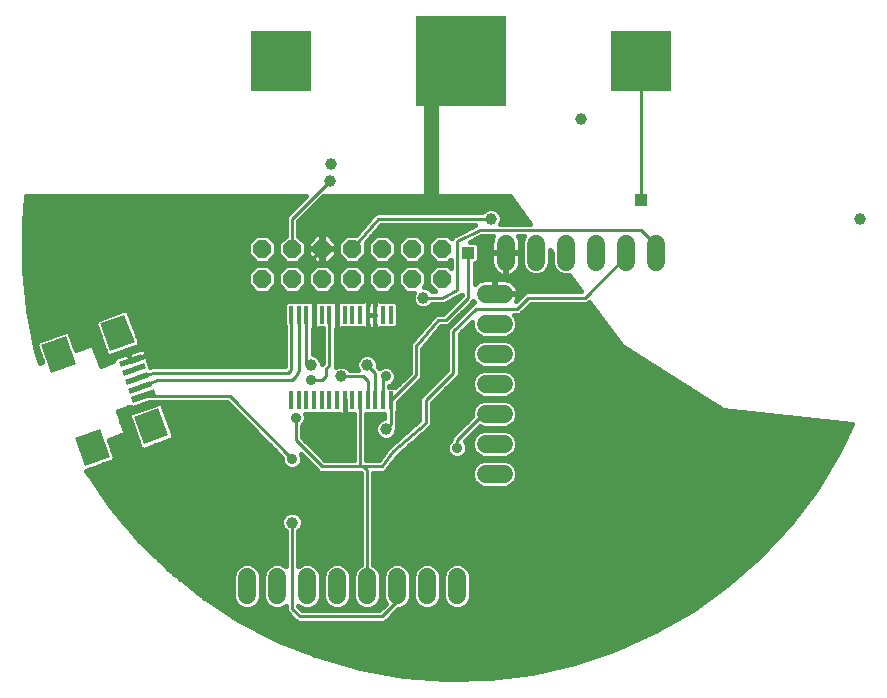
<source format=gbl>
G75*
G70*
%OFA0B0*%
%FSLAX24Y24*%
%IPPOS*%
%LPD*%
%AMOC8*
5,1,8,0,0,1.08239X$1,22.5*
%
%ADD10C,0.0600*%
%ADD11OC8,0.0600*%
%ADD12R,0.0157X0.0591*%
%ADD13R,0.0866X0.0984*%
%ADD14R,0.0787X0.0197*%
%ADD15R,0.2000X0.2000*%
%ADD16R,0.3000X0.3000*%
%ADD17C,0.0160*%
%ADD18C,0.0357*%
%ADD19C,0.0100*%
%ADD20C,0.0500*%
%ADD21R,0.0396X0.0396*%
%ADD22C,0.0396*%
D10*
X008563Y003764D02*
X008563Y004364D01*
X009563Y004364D02*
X009563Y003764D01*
X010563Y003764D02*
X010563Y004364D01*
X011563Y004364D02*
X011563Y003764D01*
X012563Y003764D02*
X012563Y004364D01*
X013563Y004364D02*
X013563Y003764D01*
X014563Y003764D02*
X014563Y004364D01*
X015563Y004364D02*
X015563Y003764D01*
X016513Y007814D02*
X017113Y007814D01*
X017113Y008814D02*
X016513Y008814D01*
X016513Y009814D02*
X017113Y009814D01*
X017113Y010814D02*
X016513Y010814D01*
X016513Y011814D02*
X017113Y011814D01*
X017113Y012814D02*
X016513Y012814D01*
X016513Y013814D02*
X017113Y013814D01*
X017188Y014889D02*
X017188Y015489D01*
X018188Y015489D02*
X018188Y014889D01*
X019188Y014889D02*
X019188Y015489D01*
X020188Y015489D02*
X020188Y014889D01*
X021188Y014889D02*
X021188Y015489D01*
X022188Y015489D02*
X022188Y014889D01*
D11*
X015063Y015314D03*
X015063Y014314D03*
X014063Y014314D03*
X014063Y015314D03*
X013063Y015314D03*
X013063Y014314D03*
X012063Y014314D03*
X012063Y015314D03*
X011063Y015314D03*
X011063Y014314D03*
X010063Y014314D03*
X010063Y015314D03*
X009063Y015314D03*
X009063Y014314D03*
D12*
X010024Y013116D03*
X010280Y013116D03*
X010536Y013116D03*
X010792Y013116D03*
X011048Y013116D03*
X011304Y013116D03*
X011560Y013116D03*
X011816Y013116D03*
X012072Y013116D03*
X012328Y013116D03*
X012583Y013116D03*
X012839Y013116D03*
X013095Y013116D03*
X013351Y013116D03*
X013351Y010262D03*
X013095Y010262D03*
X012839Y010262D03*
X012583Y010262D03*
X012328Y010262D03*
X012072Y010262D03*
X011816Y010262D03*
X011560Y010262D03*
X011304Y010262D03*
X011048Y010262D03*
X010792Y010262D03*
X010536Y010262D03*
X010280Y010262D03*
X010024Y010262D03*
D13*
G36*
X005943Y009091D02*
X005130Y008795D01*
X004793Y009719D01*
X005606Y010015D01*
X005943Y009091D01*
G37*
G36*
X003982Y008377D02*
X003169Y008081D01*
X002832Y009005D01*
X003645Y009301D01*
X003982Y008377D01*
G37*
G36*
X002851Y011485D02*
X002038Y011189D01*
X001701Y012113D01*
X002514Y012409D01*
X002851Y011485D01*
G37*
G36*
X004812Y012198D02*
X003999Y011902D01*
X003662Y012826D01*
X004475Y013122D01*
X004812Y012198D01*
G37*
D14*
G36*
X005082Y011626D02*
X004345Y011358D01*
X004278Y011542D01*
X005015Y011810D01*
X005082Y011626D01*
G37*
G36*
X005189Y011330D02*
X004452Y011062D01*
X004385Y011246D01*
X005122Y011514D01*
X005189Y011330D01*
G37*
G36*
X005297Y011034D02*
X004560Y010766D01*
X004493Y010950D01*
X005230Y011218D01*
X005297Y011034D01*
G37*
G36*
X005405Y010738D02*
X004668Y010470D01*
X004601Y010654D01*
X005338Y010922D01*
X005405Y010738D01*
G37*
G36*
X005513Y010442D02*
X004776Y010174D01*
X004709Y010358D01*
X005446Y010626D01*
X005513Y010442D01*
G37*
D15*
X009688Y021564D03*
X021688Y021564D03*
D16*
X015688Y021564D03*
D17*
X009853Y005270D02*
X005290Y005270D01*
X005128Y005429D02*
X009853Y005429D01*
X009853Y005587D02*
X004965Y005587D01*
X004956Y005597D02*
X004028Y006702D01*
X003216Y007894D01*
X003201Y007922D01*
X004100Y008249D01*
X004156Y008369D01*
X003945Y008948D01*
X004473Y009140D01*
X004501Y009200D01*
X004248Y009896D01*
X004664Y010048D01*
X004767Y010000D01*
X005289Y010190D01*
X007890Y010190D01*
X009724Y008355D01*
X009724Y008247D01*
X009776Y008122D01*
X009871Y008027D01*
X009995Y007976D01*
X010130Y007976D01*
X010254Y008027D01*
X010350Y008122D01*
X010401Y008247D01*
X010401Y008381D01*
X010368Y008462D01*
X010853Y007977D01*
X010976Y007854D01*
X012226Y007854D01*
X012351Y007854D01*
X012353Y007852D01*
X012353Y004775D01*
X012302Y004754D01*
X012173Y004625D01*
X012103Y004456D01*
X012103Y003673D01*
X012173Y003503D01*
X012302Y003374D01*
X012471Y003304D01*
X012654Y003304D01*
X012823Y003374D01*
X012953Y003503D01*
X013023Y003673D01*
X013023Y004456D01*
X012953Y004625D01*
X012823Y004754D01*
X012773Y004775D01*
X012773Y007854D01*
X012993Y007854D01*
X013006Y007844D01*
X013078Y007854D01*
X013150Y007854D01*
X013162Y007866D01*
X013179Y007868D01*
X013222Y007926D01*
X013273Y007977D01*
X013273Y007994D01*
X013593Y008421D01*
X014590Y009302D01*
X014598Y009302D01*
X014655Y009359D01*
X014715Y009412D01*
X014715Y009420D01*
X014721Y009425D01*
X014721Y009506D01*
X014726Y009586D01*
X014721Y009591D01*
X014721Y010175D01*
X015525Y010979D01*
X015648Y011102D01*
X015648Y012477D01*
X016053Y012882D01*
X016053Y012723D01*
X016123Y012553D01*
X016252Y012424D01*
X016421Y012354D01*
X017204Y012354D01*
X017373Y012424D01*
X017503Y012553D01*
X017573Y012723D01*
X017573Y012906D01*
X017503Y013075D01*
X017473Y013104D01*
X017476Y013104D01*
X017650Y013104D01*
X018025Y013479D01*
X019726Y013479D01*
X019900Y013479D01*
X019958Y013537D01*
X021063Y012064D01*
X024438Y009939D01*
X028730Y009472D01*
X028271Y008519D01*
X027518Y007288D01*
X026647Y006138D01*
X025666Y005080D01*
X024585Y004126D01*
X023413Y003284D01*
X022164Y002563D01*
X020849Y001969D01*
X019482Y001510D01*
X018075Y001189D01*
X016644Y001009D01*
X015202Y000974D01*
X013764Y001081D01*
X012343Y001332D01*
X010954Y001723D01*
X009611Y002250D01*
X008328Y002908D01*
X007116Y003690D01*
X005988Y004590D01*
X004956Y005597D01*
X004830Y005746D02*
X009853Y005746D01*
X009853Y005893D02*
X009759Y005986D01*
X009705Y006118D01*
X009705Y006260D01*
X009759Y006392D01*
X009860Y006493D01*
X009992Y006547D01*
X010134Y006547D01*
X010266Y006493D01*
X010366Y006392D01*
X010421Y006260D01*
X010421Y006118D01*
X010366Y005986D01*
X010273Y005893D01*
X010273Y004724D01*
X010302Y004754D01*
X010471Y004824D01*
X010654Y004824D01*
X010823Y004754D01*
X010953Y004625D01*
X011023Y004456D01*
X011023Y003673D01*
X010953Y003503D01*
X010823Y003374D01*
X010654Y003304D01*
X010471Y003304D01*
X010302Y003374D01*
X010273Y003404D01*
X010273Y003401D01*
X010400Y003274D01*
X012976Y003274D01*
X013189Y003487D01*
X013173Y003503D01*
X013103Y003673D01*
X013103Y004456D01*
X013173Y004625D01*
X013302Y004754D01*
X013471Y004824D01*
X013654Y004824D01*
X013823Y004754D01*
X013953Y004625D01*
X014023Y004456D01*
X014023Y003673D01*
X013953Y003503D01*
X013823Y003374D01*
X013654Y003304D01*
X013600Y003304D01*
X013150Y002854D01*
X012976Y002854D01*
X010226Y002854D01*
X010103Y002977D01*
X009853Y003227D01*
X009853Y003401D01*
X009853Y003404D01*
X009823Y003374D01*
X009654Y003304D01*
X009471Y003304D01*
X009302Y003374D01*
X009173Y003503D01*
X009103Y003673D01*
X009103Y004456D01*
X009173Y004625D01*
X009302Y004754D01*
X009471Y004824D01*
X009654Y004824D01*
X009823Y004754D01*
X009853Y004724D01*
X009853Y005893D01*
X009841Y005904D02*
X004697Y005904D01*
X004564Y006063D02*
X009727Y006063D01*
X009705Y006222D02*
X004431Y006222D01*
X004298Y006380D02*
X009754Y006380D01*
X009971Y006539D02*
X004165Y006539D01*
X004032Y006697D02*
X012353Y006697D01*
X012353Y006539D02*
X010154Y006539D01*
X010371Y006380D02*
X012353Y006380D01*
X012353Y006222D02*
X010421Y006222D01*
X010398Y006063D02*
X012353Y006063D01*
X012353Y005904D02*
X010285Y005904D01*
X010273Y005746D02*
X012353Y005746D01*
X012353Y005587D02*
X010273Y005587D01*
X010273Y005429D02*
X012353Y005429D01*
X012353Y005270D02*
X010273Y005270D01*
X010273Y005112D02*
X012353Y005112D01*
X012353Y004953D02*
X010273Y004953D01*
X010273Y004795D02*
X010400Y004795D01*
X010725Y004795D02*
X011400Y004795D01*
X011471Y004824D02*
X011302Y004754D01*
X011173Y004625D01*
X011103Y004456D01*
X011103Y003673D01*
X011173Y003503D01*
X011302Y003374D01*
X011471Y003304D01*
X011654Y003304D01*
X011823Y003374D01*
X011953Y003503D01*
X012023Y003673D01*
X012023Y004456D01*
X011953Y004625D01*
X011823Y004754D01*
X011654Y004824D01*
X011471Y004824D01*
X011725Y004795D02*
X012353Y004795D01*
X012184Y004636D02*
X011941Y004636D01*
X012014Y004478D02*
X012112Y004478D01*
X012103Y004319D02*
X012023Y004319D01*
X012023Y004161D02*
X012103Y004161D01*
X012103Y004002D02*
X012023Y004002D01*
X012023Y003843D02*
X012103Y003843D01*
X012103Y003685D02*
X012023Y003685D01*
X011962Y003526D02*
X012163Y003526D01*
X012317Y003368D02*
X011808Y003368D01*
X011317Y003368D02*
X010808Y003368D01*
X010962Y003526D02*
X011163Y003526D01*
X011103Y003685D02*
X011023Y003685D01*
X011023Y003843D02*
X011103Y003843D01*
X011103Y004002D02*
X011023Y004002D01*
X011023Y004161D02*
X011103Y004161D01*
X011103Y004319D02*
X011023Y004319D01*
X011014Y004478D02*
X011112Y004478D01*
X011184Y004636D02*
X010941Y004636D01*
X009853Y004795D02*
X009725Y004795D01*
X009853Y004953D02*
X005615Y004953D01*
X005453Y005112D02*
X009853Y005112D01*
X009400Y004795D02*
X008725Y004795D01*
X008654Y004824D02*
X008471Y004824D01*
X008302Y004754D01*
X008173Y004625D01*
X008103Y004456D01*
X008103Y003673D01*
X008173Y003503D01*
X008302Y003374D01*
X008471Y003304D01*
X008654Y003304D01*
X008823Y003374D01*
X008953Y003503D01*
X009023Y003673D01*
X009023Y004456D01*
X008953Y004625D01*
X008823Y004754D01*
X008654Y004824D01*
X008400Y004795D02*
X005778Y004795D01*
X005941Y004636D02*
X008184Y004636D01*
X008112Y004478D02*
X006129Y004478D01*
X006328Y004319D02*
X008103Y004319D01*
X008103Y004161D02*
X006526Y004161D01*
X006725Y004002D02*
X008103Y004002D01*
X008103Y003843D02*
X006924Y003843D01*
X007124Y003685D02*
X008103Y003685D01*
X008163Y003526D02*
X007370Y003526D01*
X007615Y003368D02*
X008317Y003368D01*
X008106Y003051D02*
X010029Y003051D01*
X009871Y003209D02*
X007861Y003209D01*
X008358Y002892D02*
X010188Y002892D01*
X010306Y003368D02*
X010317Y003368D01*
X009853Y003368D02*
X009808Y003368D01*
X009317Y003368D02*
X008808Y003368D01*
X008962Y003526D02*
X009163Y003526D01*
X009103Y003685D02*
X009023Y003685D01*
X009023Y003843D02*
X009103Y003843D01*
X009103Y004002D02*
X009023Y004002D01*
X009023Y004161D02*
X009103Y004161D01*
X009103Y004319D02*
X009023Y004319D01*
X009014Y004478D02*
X009112Y004478D01*
X009184Y004636D02*
X008941Y004636D01*
X008667Y002734D02*
X022460Y002734D01*
X022186Y002575D02*
X008976Y002575D01*
X009286Y002417D02*
X021841Y002417D01*
X021489Y002258D02*
X009595Y002258D01*
X009994Y002099D02*
X021138Y002099D01*
X020765Y001941D02*
X010398Y001941D01*
X010802Y001782D02*
X020293Y001782D01*
X019821Y001624D02*
X011305Y001624D01*
X011869Y001465D02*
X019287Y001465D01*
X018592Y001307D02*
X012485Y001307D01*
X013384Y001148D02*
X017751Y001148D01*
X015849Y000990D02*
X014987Y000990D01*
X013188Y002892D02*
X022735Y002892D01*
X023010Y003051D02*
X013346Y003051D01*
X013505Y003209D02*
X023284Y003209D01*
X023530Y003368D02*
X015808Y003368D01*
X015823Y003374D02*
X015953Y003503D01*
X016023Y003673D01*
X016023Y004456D01*
X015953Y004625D01*
X015823Y004754D01*
X015654Y004824D01*
X015471Y004824D01*
X015302Y004754D01*
X015173Y004625D01*
X015103Y004456D01*
X015103Y003673D01*
X015173Y003503D01*
X015302Y003374D01*
X015471Y003304D01*
X015654Y003304D01*
X015823Y003374D01*
X015962Y003526D02*
X023751Y003526D01*
X023971Y003685D02*
X016023Y003685D01*
X016023Y003843D02*
X024192Y003843D01*
X024412Y004002D02*
X016023Y004002D01*
X016023Y004161D02*
X024624Y004161D01*
X024804Y004319D02*
X016023Y004319D01*
X016014Y004478D02*
X024983Y004478D01*
X025163Y004636D02*
X015941Y004636D01*
X015725Y004795D02*
X025343Y004795D01*
X025522Y004953D02*
X012773Y004953D01*
X012773Y004795D02*
X013400Y004795D01*
X013184Y004636D02*
X012941Y004636D01*
X013014Y004478D02*
X013112Y004478D01*
X013103Y004319D02*
X013023Y004319D01*
X013023Y004161D02*
X013103Y004161D01*
X013103Y004002D02*
X013023Y004002D01*
X013023Y003843D02*
X013103Y003843D01*
X013103Y003685D02*
X013023Y003685D01*
X012962Y003526D02*
X013163Y003526D01*
X013070Y003368D02*
X012808Y003368D01*
X013808Y003368D02*
X014317Y003368D01*
X014302Y003374D02*
X014471Y003304D01*
X014654Y003304D01*
X014823Y003374D01*
X014953Y003503D01*
X015023Y003673D01*
X015023Y004456D01*
X014953Y004625D01*
X014823Y004754D01*
X014654Y004824D01*
X014471Y004824D01*
X014302Y004754D01*
X014173Y004625D01*
X014103Y004456D01*
X014103Y003673D01*
X014173Y003503D01*
X014302Y003374D01*
X014163Y003526D02*
X013962Y003526D01*
X014023Y003685D02*
X014103Y003685D01*
X014103Y003843D02*
X014023Y003843D01*
X014023Y004002D02*
X014103Y004002D01*
X014103Y004161D02*
X014023Y004161D01*
X014023Y004319D02*
X014103Y004319D01*
X014112Y004478D02*
X014014Y004478D01*
X013941Y004636D02*
X014184Y004636D01*
X014400Y004795D02*
X013725Y004795D01*
X014725Y004795D02*
X015400Y004795D01*
X015184Y004636D02*
X014941Y004636D01*
X015014Y004478D02*
X015112Y004478D01*
X015103Y004319D02*
X015023Y004319D01*
X015023Y004161D02*
X015103Y004161D01*
X015103Y004002D02*
X015023Y004002D01*
X015023Y003843D02*
X015103Y003843D01*
X015103Y003685D02*
X015023Y003685D01*
X014962Y003526D02*
X015163Y003526D01*
X015317Y003368D02*
X014808Y003368D01*
X012773Y005112D02*
X025695Y005112D01*
X025842Y005270D02*
X012773Y005270D01*
X012773Y005429D02*
X025990Y005429D01*
X026137Y005587D02*
X012773Y005587D01*
X012773Y005746D02*
X026284Y005746D01*
X026431Y005904D02*
X012773Y005904D01*
X012773Y006063D02*
X026578Y006063D01*
X026711Y006222D02*
X012773Y006222D01*
X012773Y006380D02*
X026831Y006380D01*
X026951Y006539D02*
X012773Y006539D01*
X012773Y006697D02*
X027071Y006697D01*
X027191Y006856D02*
X012773Y006856D01*
X012773Y007014D02*
X027311Y007014D01*
X027431Y007173D02*
X012773Y007173D01*
X012773Y007331D02*
X027545Y007331D01*
X027642Y007490D02*
X017439Y007490D01*
X017503Y007553D02*
X017573Y007723D01*
X017573Y007906D01*
X017503Y008075D01*
X017373Y008204D01*
X017204Y008274D01*
X016421Y008274D01*
X016252Y008204D01*
X016123Y008075D01*
X016053Y007906D01*
X016053Y007723D01*
X016123Y007553D01*
X016252Y007424D01*
X016421Y007354D01*
X017204Y007354D01*
X017373Y007424D01*
X017503Y007553D01*
X017542Y007648D02*
X027739Y007648D01*
X027836Y007807D02*
X017573Y007807D01*
X017548Y007966D02*
X027933Y007966D01*
X028030Y008124D02*
X017453Y008124D01*
X017373Y008424D02*
X017204Y008354D01*
X016421Y008354D01*
X016252Y008424D01*
X016123Y008553D01*
X016053Y008723D01*
X016053Y008906D01*
X016123Y009075D01*
X016252Y009204D01*
X016421Y009274D01*
X017204Y009274D01*
X017373Y009204D01*
X017503Y009075D01*
X017573Y008906D01*
X017573Y008723D01*
X017503Y008553D01*
X017373Y008424D01*
X017390Y008441D02*
X028223Y008441D01*
X028310Y008600D02*
X017522Y008600D01*
X017573Y008758D02*
X028386Y008758D01*
X028462Y008917D02*
X017568Y008917D01*
X017502Y009075D02*
X028539Y009075D01*
X028615Y009234D02*
X017301Y009234D01*
X017204Y009354D02*
X017373Y009424D01*
X017503Y009553D01*
X017573Y009723D01*
X017573Y009906D01*
X017503Y010075D01*
X017373Y010204D01*
X017204Y010274D01*
X016421Y010274D01*
X016252Y010204D01*
X016123Y010075D01*
X016053Y009906D01*
X016053Y009726D01*
X015353Y009026D01*
X015353Y008958D01*
X015276Y008881D01*
X015224Y008756D01*
X015224Y008622D01*
X015276Y008497D01*
X015371Y008402D01*
X015495Y008351D01*
X015630Y008351D01*
X015754Y008402D01*
X015850Y008497D01*
X015901Y008622D01*
X015901Y008756D01*
X015850Y008881D01*
X015826Y008905D01*
X016318Y009397D01*
X016421Y009354D01*
X017204Y009354D01*
X017297Y009392D02*
X028691Y009392D01*
X028008Y009551D02*
X017500Y009551D01*
X017567Y009710D02*
X026549Y009710D01*
X025091Y009868D02*
X017573Y009868D01*
X017523Y010027D02*
X024299Y010027D01*
X024047Y010185D02*
X017392Y010185D01*
X017373Y010424D02*
X017503Y010553D01*
X017573Y010723D01*
X017573Y010906D01*
X017503Y011075D01*
X017373Y011204D01*
X017204Y011274D01*
X016421Y011274D01*
X016252Y011204D01*
X016123Y011075D01*
X016053Y010906D01*
X016053Y010723D01*
X016123Y010553D01*
X016252Y010424D01*
X016421Y010354D01*
X017204Y010354D01*
X017373Y010424D01*
X017451Y010502D02*
X023543Y010502D01*
X023291Y010661D02*
X017547Y010661D01*
X017573Y010819D02*
X023040Y010819D01*
X022788Y010978D02*
X017543Y010978D01*
X017441Y011136D02*
X022536Y011136D01*
X022284Y011295D02*
X015648Y011295D01*
X015648Y011454D02*
X016223Y011454D01*
X016252Y011424D02*
X016421Y011354D01*
X017204Y011354D01*
X017373Y011424D01*
X017503Y011553D01*
X017573Y011723D01*
X017573Y011906D01*
X017503Y012075D01*
X017373Y012204D01*
X017204Y012274D01*
X016421Y012274D01*
X016252Y012204D01*
X016123Y012075D01*
X016053Y011906D01*
X016053Y011723D01*
X016123Y011553D01*
X016252Y011424D01*
X016099Y011612D02*
X015648Y011612D01*
X015648Y011771D02*
X016053Y011771D01*
X016063Y011929D02*
X015648Y011929D01*
X015648Y012088D02*
X016136Y012088D01*
X016354Y012246D02*
X015648Y012246D01*
X015648Y012405D02*
X016299Y012405D01*
X016119Y012563D02*
X015734Y012563D01*
X015893Y012722D02*
X016053Y012722D01*
X016051Y012880D02*
X016053Y012880D01*
X015774Y013197D02*
X015743Y013197D01*
X015616Y013039D02*
X015585Y013039D01*
X015457Y012880D02*
X015426Y012880D01*
X015299Y012722D02*
X015028Y012722D01*
X015034Y012729D02*
X015101Y012729D01*
X015275Y012729D01*
X016025Y013479D01*
X016105Y013559D01*
X016130Y013524D01*
X016101Y013524D01*
X015978Y013401D01*
X015228Y012651D01*
X015228Y012477D01*
X015228Y011276D01*
X014424Y010472D01*
X014424Y010472D01*
X014301Y010349D01*
X014301Y009607D01*
X013346Y008763D01*
X013322Y008760D01*
X013283Y008707D01*
X013234Y008664D01*
X013232Y008640D01*
X012958Y008274D01*
X012538Y008274D01*
X012538Y009807D01*
X012728Y009807D01*
X012984Y009807D01*
X013141Y009807D01*
X013141Y009672D01*
X013117Y009672D01*
X012985Y009618D01*
X012884Y009517D01*
X012830Y009385D01*
X012830Y009243D01*
X012884Y009111D01*
X012985Y009010D01*
X013117Y008956D01*
X013259Y008956D01*
X013391Y009010D01*
X013491Y009111D01*
X013546Y009243D01*
X013546Y009375D01*
X013561Y009390D01*
X013561Y009872D01*
X013590Y009900D01*
X013590Y010204D01*
X014398Y011011D01*
X014398Y011185D01*
X014398Y011986D01*
X015034Y012729D01*
X014892Y012563D02*
X015228Y012563D01*
X015228Y012405D02*
X014756Y012405D01*
X014620Y012246D02*
X015228Y012246D01*
X015228Y012088D02*
X014485Y012088D01*
X014398Y011929D02*
X015228Y011929D01*
X015228Y011771D02*
X014398Y011771D01*
X014398Y011612D02*
X015228Y011612D01*
X015228Y011454D02*
X014398Y011454D01*
X014398Y011295D02*
X015228Y011295D01*
X015088Y011136D02*
X014398Y011136D01*
X014364Y010978D02*
X014930Y010978D01*
X014771Y010819D02*
X014206Y010819D01*
X014047Y010661D02*
X014613Y010661D01*
X014454Y010502D02*
X013889Y010502D01*
X013730Y010344D02*
X014301Y010344D01*
X014301Y010185D02*
X013590Y010185D01*
X013590Y010027D02*
X014301Y010027D01*
X014301Y009868D02*
X013561Y009868D01*
X013561Y009710D02*
X014301Y009710D01*
X014238Y009551D02*
X013561Y009551D01*
X013561Y009392D02*
X014058Y009392D01*
X013879Y009234D02*
X013542Y009234D01*
X013456Y009075D02*
X013699Y009075D01*
X013520Y008917D02*
X012538Y008917D01*
X012538Y009075D02*
X012920Y009075D01*
X012833Y009234D02*
X012538Y009234D01*
X012538Y009392D02*
X012833Y009392D01*
X012918Y009551D02*
X012538Y009551D01*
X012538Y009710D02*
X013141Y009710D01*
X013321Y008758D02*
X012538Y008758D01*
X012538Y008600D02*
X013202Y008600D01*
X013083Y008441D02*
X012538Y008441D01*
X012538Y008283D02*
X012964Y008283D01*
X013261Y007966D02*
X016078Y007966D01*
X016053Y007807D02*
X012773Y007807D01*
X012773Y007648D02*
X016083Y007648D01*
X016186Y007490D02*
X012773Y007490D01*
X012353Y007490D02*
X003491Y007490D01*
X003383Y007648D02*
X012353Y007648D01*
X012353Y007807D02*
X003275Y007807D01*
X003321Y007966D02*
X010864Y007966D01*
X010853Y007977D02*
X010853Y007977D01*
X010706Y008124D02*
X010350Y008124D01*
X010401Y008283D02*
X010547Y008283D01*
X010389Y008441D02*
X010376Y008441D01*
X010666Y008758D02*
X012118Y008758D01*
X012118Y008600D02*
X010824Y008600D01*
X010983Y008441D02*
X012118Y008441D01*
X012118Y008283D02*
X011141Y008283D01*
X011150Y008274D02*
X012118Y008274D01*
X012118Y009807D01*
X011977Y009807D01*
X011964Y009799D01*
X011918Y009787D01*
X011816Y009787D01*
X011816Y010261D01*
X011816Y010261D01*
X011816Y009787D01*
X011713Y009787D01*
X011668Y009799D01*
X011654Y009807D01*
X011449Y009807D01*
X011193Y009807D01*
X010937Y009807D01*
X010681Y009807D01*
X010505Y009807D01*
X010526Y009756D01*
X010526Y009622D01*
X010475Y009497D01*
X010398Y009420D01*
X010398Y009026D01*
X011150Y008274D01*
X010507Y008917D02*
X012118Y008917D01*
X012118Y009075D02*
X010398Y009075D01*
X010398Y009234D02*
X012118Y009234D01*
X012118Y009392D02*
X010398Y009392D01*
X010497Y009551D02*
X012118Y009551D01*
X012118Y009710D02*
X010526Y009710D01*
X011816Y009868D02*
X011816Y009868D01*
X011816Y010027D02*
X011816Y010027D01*
X011816Y010185D02*
X011816Y010185D01*
X011984Y011274D02*
X011891Y011368D01*
X011759Y011422D01*
X011617Y011422D01*
X011514Y011380D01*
X011514Y011517D01*
X011514Y012641D01*
X011560Y012641D01*
X011662Y012641D01*
X011708Y012653D01*
X011721Y012661D01*
X011927Y012661D01*
X012183Y012661D01*
X012422Y012661D01*
X012435Y012653D01*
X012481Y012641D01*
X012583Y012641D01*
X012583Y012788D01*
X012584Y012786D01*
X012584Y012641D01*
X012686Y012641D01*
X012711Y012648D01*
X012737Y012641D01*
X012839Y012641D01*
X012839Y012786D01*
X012840Y012787D01*
X012840Y012641D01*
X012942Y012641D01*
X012988Y012653D01*
X013001Y012661D01*
X013206Y012661D01*
X013496Y012661D01*
X013590Y012755D01*
X013590Y013478D01*
X013496Y013571D01*
X013206Y013571D01*
X013001Y013571D01*
X012988Y013579D01*
X012942Y013591D01*
X012840Y013591D01*
X012840Y013445D01*
X012839Y013446D01*
X012839Y013591D01*
X012737Y013591D01*
X012711Y013585D01*
X012686Y013591D01*
X012584Y013591D01*
X012584Y013446D01*
X012583Y013445D01*
X012583Y013591D01*
X012481Y013591D01*
X012435Y013579D01*
X012422Y013571D01*
X012183Y013571D01*
X011927Y013571D01*
X011721Y013571D01*
X011708Y013579D01*
X011662Y013591D01*
X011560Y013591D01*
X011560Y013117D01*
X011560Y013117D01*
X011560Y013591D01*
X011457Y013591D01*
X011412Y013579D01*
X011398Y013571D01*
X011159Y013571D01*
X010954Y013571D01*
X010940Y013579D01*
X010895Y013591D01*
X010792Y013591D01*
X010690Y013591D01*
X010644Y013579D01*
X010631Y013571D01*
X010391Y013571D01*
X010135Y013571D01*
X009879Y013571D01*
X009786Y013478D01*
X009786Y012755D01*
X009814Y012726D01*
X009814Y011399D01*
X005484Y011399D01*
X005448Y011416D01*
X005401Y011399D01*
X005351Y011399D01*
X005340Y011388D01*
X005262Y011603D01*
X005265Y011618D01*
X005261Y011665D01*
X005219Y011780D01*
X004680Y011584D01*
X005219Y011780D01*
X005177Y011895D01*
X005150Y011934D01*
X005114Y011964D01*
X005071Y011984D01*
X005024Y011992D01*
X004977Y011988D01*
X004585Y011846D01*
X004680Y011584D01*
X004680Y011584D01*
X004679Y011584D01*
X004584Y011845D01*
X004192Y011703D01*
X004154Y011676D01*
X004123Y011639D01*
X004103Y011596D01*
X004097Y011562D01*
X003695Y011415D01*
X003442Y012111D01*
X003382Y012139D01*
X002853Y011947D01*
X002643Y012526D01*
X002523Y012582D01*
X001584Y012240D01*
X001528Y012120D01*
X001739Y011541D01*
X001651Y011509D01*
X001540Y011868D01*
X001254Y013282D01*
X001111Y014718D01*
X001111Y016160D01*
X001201Y017064D01*
X010516Y017064D01*
X009853Y016401D01*
X009853Y016227D01*
X009853Y015755D01*
X009603Y015505D01*
X009603Y015124D01*
X009872Y014854D01*
X010253Y014854D01*
X010523Y015124D01*
X010523Y015505D01*
X010273Y015755D01*
X010273Y016227D01*
X011110Y017064D01*
X017313Y017064D01*
X017999Y016149D01*
X017007Y016149D01*
X017046Y016243D01*
X017046Y016385D01*
X016991Y016517D01*
X016891Y016618D01*
X016759Y016672D01*
X016617Y016672D01*
X016485Y016618D01*
X016391Y016524D01*
X013017Y016524D01*
X013011Y016529D01*
X012931Y016524D01*
X012851Y016524D01*
X012845Y016518D01*
X012837Y016518D01*
X012784Y016458D01*
X012728Y016401D01*
X012728Y016393D01*
X012186Y015774D01*
X011872Y015774D01*
X011603Y015505D01*
X011603Y015124D01*
X011872Y014854D01*
X012253Y014854D01*
X012523Y015124D01*
X012523Y015505D01*
X012515Y015512D01*
X013033Y016104D01*
X016173Y016104D01*
X015513Y015774D01*
X015476Y015774D01*
X015438Y015737D01*
X015391Y015713D01*
X015379Y015677D01*
X015365Y015663D01*
X015253Y015774D01*
X014872Y015774D01*
X014603Y015505D01*
X014603Y015124D01*
X014872Y014854D01*
X015253Y014854D01*
X015353Y014954D01*
X015353Y014674D01*
X015253Y014774D01*
X014872Y014774D01*
X014603Y014505D01*
X014603Y014124D01*
X014827Y013899D01*
X014734Y013899D01*
X014641Y013993D01*
X014509Y014047D01*
X014446Y014047D01*
X014523Y014124D01*
X014523Y014505D01*
X014253Y014774D01*
X013872Y014774D01*
X013603Y014505D01*
X013603Y014124D01*
X013872Y013854D01*
X014119Y013854D01*
X014080Y013760D01*
X014080Y013618D01*
X014134Y013486D01*
X014235Y013385D01*
X014367Y013331D01*
X014509Y013331D01*
X014641Y013385D01*
X014734Y013479D01*
X015029Y013479D01*
X015079Y013462D01*
X015112Y013479D01*
X015150Y013479D01*
X015187Y013516D01*
X015612Y013729D01*
X015650Y013729D01*
X015687Y013766D01*
X015728Y013787D01*
X015728Y013776D01*
X015101Y013149D01*
X015015Y013149D01*
X015008Y013155D01*
X014930Y013149D01*
X014851Y013149D01*
X014844Y013142D01*
X014835Y013142D01*
X014783Y013082D01*
X014728Y013026D01*
X014728Y013017D01*
X014034Y012207D01*
X013978Y012151D01*
X013978Y012142D01*
X013972Y012135D01*
X013978Y012056D01*
X013978Y011185D01*
X013503Y010710D01*
X013496Y010717D01*
X013305Y010717D01*
X013305Y010746D01*
X013379Y010777D01*
X013475Y010872D01*
X013526Y010997D01*
X013526Y011131D01*
X013475Y011256D01*
X013379Y011351D01*
X013255Y011402D01*
X013120Y011402D01*
X012996Y011351D01*
X012972Y011327D01*
X012921Y011378D01*
X012921Y011510D01*
X012866Y011642D01*
X012766Y011743D01*
X012634Y011797D01*
X012492Y011797D01*
X012360Y011743D01*
X012259Y011642D01*
X012205Y011510D01*
X012205Y011368D01*
X012244Y011274D01*
X011984Y011274D01*
X011963Y011295D02*
X012235Y011295D01*
X012205Y011454D02*
X011514Y011454D01*
X011514Y011612D02*
X012247Y011612D01*
X012428Y011771D02*
X011514Y011771D01*
X011514Y011929D02*
X013978Y011929D01*
X013978Y011771D02*
X012698Y011771D01*
X012879Y011612D02*
X013978Y011612D01*
X013978Y011454D02*
X012921Y011454D01*
X013435Y011295D02*
X013978Y011295D01*
X013929Y011136D02*
X013524Y011136D01*
X013518Y010978D02*
X013770Y010978D01*
X013612Y010819D02*
X013422Y010819D01*
X013975Y012088D02*
X011514Y012088D01*
X011514Y012246D02*
X014067Y012246D01*
X014203Y012405D02*
X011514Y012405D01*
X011514Y012563D02*
X014339Y012563D01*
X014475Y012722D02*
X013557Y012722D01*
X013590Y012880D02*
X014611Y012880D01*
X014741Y013039D02*
X013590Y013039D01*
X013590Y013197D02*
X015149Y013197D01*
X015308Y013356D02*
X014570Y013356D01*
X014306Y013356D02*
X013590Y013356D01*
X013553Y013515D02*
X014122Y013515D01*
X014080Y013673D02*
X001215Y013673D01*
X001231Y013515D02*
X009822Y013515D01*
X009786Y013356D02*
X001247Y013356D01*
X001272Y013197D02*
X004214Y013197D01*
X004483Y013296D02*
X003545Y012954D01*
X003489Y012834D01*
X003871Y011785D01*
X003991Y011729D01*
X004929Y012070D01*
X004985Y012190D01*
X004603Y013240D01*
X004483Y013296D01*
X004619Y013197D02*
X009786Y013197D01*
X009786Y013039D02*
X004677Y013039D01*
X004734Y012880D02*
X009786Y012880D01*
X009814Y012722D02*
X004792Y012722D01*
X004850Y012563D02*
X009814Y012563D01*
X009814Y012405D02*
X004907Y012405D01*
X004965Y012246D02*
X009814Y012246D01*
X009814Y012088D02*
X004938Y012088D01*
X004814Y011929D02*
X004542Y011929D01*
X004612Y011771D02*
X004612Y011771D01*
X004669Y011612D02*
X004670Y011612D01*
X004756Y011612D02*
X004758Y011612D01*
X004379Y011771D02*
X004106Y011771D01*
X004110Y011612D02*
X003623Y011612D01*
X003566Y011771D02*
X003901Y011771D01*
X003818Y011929D02*
X003508Y011929D01*
X003450Y012088D02*
X003761Y012088D01*
X003703Y012246D02*
X002745Y012246D01*
X002802Y012088D02*
X003240Y012088D01*
X003645Y012405D02*
X002687Y012405D01*
X002563Y012563D02*
X003587Y012563D01*
X003530Y012722D02*
X001368Y012722D01*
X001336Y012880D02*
X003511Y012880D01*
X003778Y013039D02*
X001304Y013039D01*
X001400Y012563D02*
X002471Y012563D01*
X002036Y012405D02*
X001432Y012405D01*
X001464Y012246D02*
X001600Y012246D01*
X001540Y012088D02*
X001496Y012088D01*
X001528Y011929D02*
X001598Y011929D01*
X001570Y011771D02*
X001655Y011771D01*
X001619Y011612D02*
X001713Y011612D01*
X003681Y011454D02*
X003800Y011454D01*
X005192Y011771D02*
X005193Y011771D01*
X005222Y011771D02*
X009814Y011771D01*
X009814Y011929D02*
X005153Y011929D01*
X005264Y011612D02*
X009814Y011612D01*
X009814Y011454D02*
X005316Y011454D01*
X005276Y010185D02*
X005606Y010185D01*
X005614Y010188D02*
X004676Y009846D01*
X004620Y009726D01*
X005002Y008677D01*
X005122Y008621D01*
X006060Y008963D01*
X006116Y009083D01*
X005735Y010132D01*
X005614Y010188D01*
X005621Y010185D02*
X007895Y010185D01*
X008053Y010027D02*
X005773Y010027D01*
X005831Y009868D02*
X008212Y009868D01*
X008370Y009710D02*
X005888Y009710D01*
X005946Y009551D02*
X008529Y009551D01*
X008687Y009392D02*
X006004Y009392D01*
X006061Y009234D02*
X008846Y009234D01*
X009004Y009075D02*
X006113Y009075D01*
X005935Y008917D02*
X009163Y008917D01*
X009322Y008758D02*
X005499Y008758D01*
X004972Y008758D02*
X004014Y008758D01*
X004072Y008600D02*
X009480Y008600D01*
X009639Y008441D02*
X004129Y008441D01*
X004115Y008283D02*
X009724Y008283D01*
X009775Y008124D02*
X003757Y008124D01*
X003599Y007331D02*
X012353Y007331D01*
X012353Y007173D02*
X003707Y007173D01*
X003815Y007014D02*
X012353Y007014D01*
X012353Y006856D02*
X003923Y006856D01*
X003956Y008917D02*
X004915Y008917D01*
X004857Y009075D02*
X004295Y009075D01*
X004489Y009234D02*
X004799Y009234D01*
X004742Y009392D02*
X004431Y009392D01*
X004374Y009551D02*
X004684Y009551D01*
X004626Y009710D02*
X004316Y009710D01*
X004258Y009868D02*
X004735Y009868D01*
X004710Y010027D02*
X004606Y010027D01*
X004840Y010027D02*
X005171Y010027D01*
X008872Y013854D02*
X009253Y013854D01*
X009523Y014124D01*
X009523Y014505D01*
X009253Y014774D01*
X008872Y014774D01*
X008603Y014505D01*
X008603Y014124D01*
X008872Y013854D01*
X008736Y013990D02*
X001184Y013990D01*
X001199Y013832D02*
X014109Y013832D01*
X013736Y013990D02*
X013389Y013990D01*
X013523Y014124D02*
X013253Y013854D01*
X012872Y013854D01*
X012603Y014124D01*
X012603Y014505D01*
X012872Y014774D01*
X013253Y014774D01*
X013523Y014505D01*
X013523Y014124D01*
X013523Y014149D02*
X013603Y014149D01*
X013603Y014307D02*
X013523Y014307D01*
X013523Y014466D02*
X013603Y014466D01*
X013723Y014624D02*
X013403Y014624D01*
X013253Y014854D02*
X013523Y015124D01*
X013523Y015505D01*
X013253Y015774D01*
X012872Y015774D01*
X012603Y015505D01*
X012603Y015124D01*
X012872Y014854D01*
X013253Y014854D01*
X013341Y014941D02*
X013785Y014941D01*
X013872Y014854D02*
X013603Y015124D01*
X013603Y015505D01*
X013872Y015774D01*
X014253Y015774D01*
X014523Y015505D01*
X014523Y015124D01*
X014253Y014854D01*
X013872Y014854D01*
X013626Y015100D02*
X013499Y015100D01*
X013523Y015259D02*
X013603Y015259D01*
X013603Y015417D02*
X013523Y015417D01*
X013452Y015576D02*
X013674Y015576D01*
X013832Y015734D02*
X013293Y015734D01*
X012987Y016051D02*
X016068Y016051D01*
X015751Y015893D02*
X012848Y015893D01*
X012832Y015734D02*
X012709Y015734D01*
X012674Y015576D02*
X012571Y015576D01*
X012603Y015417D02*
X012523Y015417D01*
X012523Y015259D02*
X012603Y015259D01*
X012626Y015100D02*
X012499Y015100D01*
X012341Y014941D02*
X012785Y014941D01*
X012723Y014624D02*
X012403Y014624D01*
X012523Y014505D02*
X012253Y014774D01*
X011872Y014774D01*
X011603Y014505D01*
X011603Y014124D01*
X011872Y013854D01*
X012253Y013854D01*
X012523Y014124D01*
X012523Y014505D01*
X012523Y014466D02*
X012603Y014466D01*
X012603Y014307D02*
X012523Y014307D01*
X012523Y014149D02*
X012603Y014149D01*
X012736Y013990D02*
X012389Y013990D01*
X012583Y013515D02*
X012584Y013515D01*
X012839Y013515D02*
X012840Y013515D01*
X012839Y013116D02*
X012584Y013116D01*
X012839Y013116D01*
X012839Y013116D01*
X012584Y013116D02*
X012584Y013116D01*
X012583Y012722D02*
X012584Y012722D01*
X012839Y012722D02*
X012840Y012722D01*
X011560Y012722D02*
X011560Y012722D01*
X011560Y012641D02*
X011560Y013116D01*
X011560Y013116D01*
X011560Y012641D01*
X011560Y012880D02*
X011560Y012880D01*
X011560Y013039D02*
X011560Y013039D01*
X011560Y013197D02*
X011560Y013197D01*
X011560Y013356D02*
X011560Y013356D01*
X011560Y013515D02*
X011560Y013515D01*
X011253Y013854D02*
X011523Y014124D01*
X011523Y014505D01*
X011253Y014774D01*
X010872Y014774D01*
X010603Y014505D01*
X010603Y014124D01*
X010872Y013854D01*
X011253Y013854D01*
X011389Y013990D02*
X011736Y013990D01*
X011603Y014149D02*
X011523Y014149D01*
X011523Y014307D02*
X011603Y014307D01*
X011603Y014466D02*
X011523Y014466D01*
X011403Y014624D02*
X011723Y014624D01*
X011785Y014941D02*
X011369Y014941D01*
X011262Y014834D02*
X011543Y015115D01*
X011543Y015294D01*
X011083Y015294D01*
X011083Y015334D01*
X011543Y015334D01*
X011543Y015513D01*
X011262Y015794D01*
X011083Y015794D01*
X011083Y015334D01*
X011043Y015334D01*
X011043Y015794D01*
X010864Y015794D01*
X010583Y015513D01*
X010583Y015334D01*
X011043Y015334D01*
X011043Y015294D01*
X011083Y015294D01*
X011083Y014834D01*
X011262Y014834D01*
X011083Y014941D02*
X011043Y014941D01*
X011043Y014834D02*
X011043Y015294D01*
X010583Y015294D01*
X010583Y015115D01*
X010864Y014834D01*
X011043Y014834D01*
X011043Y015100D02*
X011083Y015100D01*
X011083Y015259D02*
X011043Y015259D01*
X011043Y015417D02*
X011083Y015417D01*
X011083Y015576D02*
X011043Y015576D01*
X011043Y015734D02*
X011083Y015734D01*
X011321Y015734D02*
X011832Y015734D01*
X011674Y015576D02*
X011480Y015576D01*
X011543Y015417D02*
X011603Y015417D01*
X011603Y015259D02*
X011543Y015259D01*
X011528Y015100D02*
X011626Y015100D01*
X012290Y015893D02*
X010273Y015893D01*
X010273Y016051D02*
X012429Y016051D01*
X012568Y016210D02*
X010273Y016210D01*
X010414Y016368D02*
X012706Y016368D01*
X012974Y016527D02*
X010573Y016527D01*
X010731Y016685D02*
X017597Y016685D01*
X017716Y016527D02*
X016981Y016527D01*
X017046Y016368D02*
X017835Y016368D01*
X017953Y016210D02*
X017032Y016210D01*
X016771Y015729D02*
X016743Y015673D01*
X016720Y015601D01*
X016708Y015527D01*
X016708Y015209D01*
X017168Y015209D01*
X017168Y015169D01*
X017208Y015169D01*
X017208Y015209D01*
X017668Y015209D01*
X017668Y015527D01*
X017656Y015601D01*
X017633Y015673D01*
X017604Y015729D01*
X017789Y015729D01*
X017728Y015581D01*
X017728Y014798D01*
X017798Y014628D01*
X017927Y014499D01*
X018096Y014429D01*
X018279Y014429D01*
X018448Y014499D01*
X018578Y014628D01*
X018648Y014798D01*
X018648Y015284D01*
X018728Y015177D01*
X018728Y014798D01*
X018798Y014628D01*
X018927Y014499D01*
X019096Y014429D01*
X019279Y014429D01*
X019287Y014432D01*
X019687Y013899D01*
X017851Y013899D01*
X017728Y013776D01*
X017533Y013581D01*
X017558Y013630D01*
X017581Y013702D01*
X017593Y013776D01*
X017593Y013794D01*
X016833Y013794D01*
X016833Y013834D01*
X017593Y013834D01*
X017593Y013852D01*
X017581Y013926D01*
X017558Y013998D01*
X017523Y014066D01*
X017479Y014127D01*
X017425Y014180D01*
X017364Y014225D01*
X017297Y014259D01*
X017225Y014282D01*
X017151Y014294D01*
X016833Y014294D01*
X016833Y013834D01*
X016793Y013834D01*
X016793Y014294D01*
X016475Y014294D01*
X016400Y014282D01*
X016329Y014259D01*
X016261Y014225D01*
X016200Y014180D01*
X016148Y014128D01*
X016148Y014831D01*
X016202Y014831D01*
X016296Y014925D01*
X016296Y015453D01*
X016202Y015547D01*
X015998Y015547D01*
X016362Y015729D01*
X016771Y015729D01*
X016716Y015576D02*
X016055Y015576D01*
X016296Y015417D02*
X016708Y015417D01*
X016708Y015259D02*
X016296Y015259D01*
X016296Y015100D02*
X016708Y015100D01*
X016708Y015169D02*
X016708Y014851D01*
X016720Y014777D01*
X016743Y014705D01*
X016777Y014637D01*
X016822Y014576D01*
X016875Y014523D01*
X016936Y014479D01*
X017004Y014444D01*
X017075Y014421D01*
X017150Y014409D01*
X017168Y014409D01*
X017168Y015169D01*
X016708Y015169D01*
X016708Y014941D02*
X016296Y014941D01*
X016148Y014783D02*
X016719Y014783D01*
X016787Y014624D02*
X016148Y014624D01*
X016148Y014466D02*
X016961Y014466D01*
X017168Y014466D02*
X017208Y014466D01*
X017208Y014409D02*
X017226Y014409D01*
X017300Y014421D01*
X017372Y014444D01*
X017439Y014479D01*
X017500Y014523D01*
X017554Y014576D01*
X017598Y014637D01*
X017633Y014705D01*
X017656Y014777D01*
X017668Y014851D01*
X017668Y015169D01*
X017208Y015169D01*
X017208Y014409D01*
X017414Y014466D02*
X018007Y014466D01*
X017802Y014624D02*
X017589Y014624D01*
X017657Y014783D02*
X017734Y014783D01*
X017728Y014941D02*
X017668Y014941D01*
X017668Y015100D02*
X017728Y015100D01*
X017728Y015259D02*
X017668Y015259D01*
X017668Y015417D02*
X017728Y015417D01*
X017728Y015576D02*
X017660Y015576D01*
X017208Y015100D02*
X017168Y015100D01*
X017168Y014941D02*
X017208Y014941D01*
X017208Y014783D02*
X017168Y014783D01*
X017168Y014624D02*
X017208Y014624D01*
X017457Y014149D02*
X019499Y014149D01*
X019380Y014307D02*
X016148Y014307D01*
X016148Y014149D02*
X016169Y014149D01*
X016793Y014149D02*
X016833Y014149D01*
X016833Y013990D02*
X016793Y013990D01*
X016833Y013832D02*
X017783Y013832D01*
X017625Y013673D02*
X017572Y013673D01*
X017560Y013990D02*
X019618Y013990D01*
X019935Y013515D02*
X019975Y013515D01*
X020094Y013356D02*
X017902Y013356D01*
X017743Y013197D02*
X020213Y013197D01*
X020332Y013039D02*
X017518Y013039D01*
X017573Y012880D02*
X020450Y012880D01*
X020569Y012722D02*
X017572Y012722D01*
X017507Y012563D02*
X020688Y012563D01*
X020807Y012405D02*
X017327Y012405D01*
X017271Y012246D02*
X020926Y012246D01*
X021045Y012088D02*
X017490Y012088D01*
X017563Y011929D02*
X021277Y011929D01*
X021529Y011771D02*
X017573Y011771D01*
X017527Y011612D02*
X021781Y011612D01*
X022032Y011454D02*
X017403Y011454D01*
X016185Y011136D02*
X015648Y011136D01*
X015524Y010978D02*
X016083Y010978D01*
X016053Y010819D02*
X015365Y010819D01*
X015206Y010661D02*
X016078Y010661D01*
X016174Y010502D02*
X015048Y010502D01*
X014889Y010344D02*
X023795Y010344D01*
X028126Y008283D02*
X013489Y008283D01*
X013370Y008124D02*
X016172Y008124D01*
X016235Y008441D02*
X015794Y008441D01*
X015892Y008600D02*
X016104Y008600D01*
X016053Y008758D02*
X015900Y008758D01*
X015837Y008917D02*
X016057Y008917D01*
X015996Y009075D02*
X016124Y009075D01*
X016155Y009234D02*
X016324Y009234D01*
X016313Y009392D02*
X016329Y009392D01*
X016036Y009710D02*
X014721Y009710D01*
X014721Y009868D02*
X016053Y009868D01*
X016103Y010027D02*
X014721Y010027D01*
X014731Y010185D02*
X016233Y010185D01*
X015878Y009551D02*
X014723Y009551D01*
X014693Y009392D02*
X015719Y009392D01*
X015561Y009234D02*
X014513Y009234D01*
X014334Y009075D02*
X015402Y009075D01*
X015312Y008917D02*
X014154Y008917D01*
X013975Y008758D02*
X015225Y008758D01*
X015233Y008600D02*
X013795Y008600D01*
X013616Y008441D02*
X015332Y008441D01*
X011094Y011517D02*
X011046Y011469D01*
X011046Y011510D01*
X010991Y011642D01*
X010891Y011743D01*
X010759Y011797D01*
X010746Y011797D01*
X010746Y012641D01*
X010792Y012641D01*
X010792Y013116D01*
X010792Y013116D01*
X010792Y012641D01*
X010895Y012641D01*
X010940Y012653D01*
X010954Y012661D01*
X011094Y012661D01*
X011094Y011517D01*
X011094Y011612D02*
X011004Y011612D01*
X011094Y011771D02*
X010823Y011771D01*
X010746Y011929D02*
X011094Y011929D01*
X011094Y012088D02*
X010746Y012088D01*
X010746Y012246D02*
X011094Y012246D01*
X011094Y012405D02*
X010746Y012405D01*
X010746Y012563D02*
X011094Y012563D01*
X010792Y012722D02*
X010792Y012722D01*
X010792Y012880D02*
X010792Y012880D01*
X010792Y013039D02*
X010792Y013039D01*
X010792Y013117D02*
X010792Y013591D01*
X010792Y013117D01*
X010792Y013117D01*
X010792Y013197D02*
X010792Y013197D01*
X010792Y013356D02*
X010792Y013356D01*
X010792Y013515D02*
X010792Y013515D01*
X010736Y013990D02*
X010389Y013990D01*
X010523Y014124D02*
X010253Y013854D01*
X009872Y013854D01*
X009603Y014124D01*
X009603Y014505D01*
X009872Y014774D01*
X010253Y014774D01*
X010523Y014505D01*
X010523Y014124D01*
X010523Y014149D02*
X010603Y014149D01*
X010603Y014307D02*
X010523Y014307D01*
X010523Y014466D02*
X010603Y014466D01*
X010723Y014624D02*
X010403Y014624D01*
X010341Y014941D02*
X010757Y014941D01*
X010598Y015100D02*
X010499Y015100D01*
X010523Y015259D02*
X010583Y015259D01*
X010583Y015417D02*
X010523Y015417D01*
X010452Y015576D02*
X010646Y015576D01*
X010804Y015734D02*
X010293Y015734D01*
X009853Y015893D02*
X001111Y015893D01*
X001111Y016051D02*
X009853Y016051D01*
X009853Y016210D02*
X001116Y016210D01*
X001132Y016368D02*
X009853Y016368D01*
X009979Y016527D02*
X001147Y016527D01*
X001163Y016685D02*
X010137Y016685D01*
X010296Y016844D02*
X001179Y016844D01*
X001195Y017003D02*
X010454Y017003D01*
X010890Y016844D02*
X017478Y016844D01*
X017359Y017003D02*
X011048Y017003D01*
X009832Y015734D02*
X009293Y015734D01*
X009253Y015774D02*
X008872Y015774D01*
X008603Y015505D01*
X008603Y015124D01*
X008872Y014854D01*
X009253Y014854D01*
X009523Y015124D01*
X009523Y015505D01*
X009253Y015774D01*
X009452Y015576D02*
X009674Y015576D01*
X009603Y015417D02*
X009523Y015417D01*
X009523Y015259D02*
X009603Y015259D01*
X009626Y015100D02*
X009499Y015100D01*
X009341Y014941D02*
X009785Y014941D01*
X009723Y014624D02*
X009403Y014624D01*
X009523Y014466D02*
X009603Y014466D01*
X009603Y014307D02*
X009523Y014307D01*
X009523Y014149D02*
X009603Y014149D01*
X009736Y013990D02*
X009389Y013990D01*
X008723Y014624D02*
X001120Y014624D01*
X001136Y014466D02*
X008603Y014466D01*
X008603Y014307D02*
X001152Y014307D01*
X001168Y014149D02*
X008603Y014149D01*
X008785Y014941D02*
X001111Y014941D01*
X001111Y014783D02*
X015353Y014783D01*
X015341Y014941D02*
X015353Y014941D01*
X014785Y014941D02*
X014341Y014941D01*
X014499Y015100D02*
X014626Y015100D01*
X014603Y015259D02*
X014523Y015259D01*
X014523Y015417D02*
X014603Y015417D01*
X014674Y015576D02*
X014452Y015576D01*
X014293Y015734D02*
X014832Y015734D01*
X015293Y015734D02*
X015434Y015734D01*
X016394Y016527D02*
X013013Y016527D01*
X014403Y014624D02*
X014723Y014624D01*
X014603Y014466D02*
X014523Y014466D01*
X014523Y014307D02*
X014603Y014307D01*
X014603Y014149D02*
X014523Y014149D01*
X014643Y013990D02*
X014736Y013990D01*
X015185Y013515D02*
X015466Y013515D01*
X015500Y013673D02*
X015625Y013673D01*
X015902Y013356D02*
X015933Y013356D01*
X016060Y013515D02*
X016091Y013515D01*
X018368Y014466D02*
X019007Y014466D01*
X018802Y014624D02*
X018574Y014624D01*
X018642Y014783D02*
X018734Y014783D01*
X018728Y014941D02*
X018648Y014941D01*
X018648Y015100D02*
X018728Y015100D01*
X018667Y015259D02*
X018648Y015259D01*
X015688Y021564D02*
X014688Y021564D01*
X008832Y015734D02*
X001111Y015734D01*
X001111Y015576D02*
X008674Y015576D01*
X008603Y015417D02*
X001111Y015417D01*
X001111Y015259D02*
X008603Y015259D01*
X008626Y015100D02*
X001111Y015100D01*
D18*
X002421Y015789D03*
X005913Y014964D03*
X007063Y015939D03*
X008313Y013439D03*
X010688Y010939D03*
X010188Y009689D03*
X010063Y008314D03*
X008813Y007189D03*
X007438Y007189D03*
X005313Y007189D03*
X011563Y008564D03*
X012938Y008814D03*
X013188Y011064D03*
X015063Y011439D03*
X015563Y008689D03*
X018063Y008189D03*
X018313Y007189D03*
X017563Y006439D03*
X018063Y004939D03*
X017063Y004939D03*
X017938Y003439D03*
X019438Y004939D03*
X019438Y005689D03*
X019438Y006564D03*
X020688Y007064D03*
X020313Y007689D03*
X021188Y007689D03*
X021938Y007439D03*
X021313Y006439D03*
X021688Y004939D03*
X020813Y004939D03*
X020938Y003439D03*
X022313Y004189D03*
X022813Y006439D03*
X023938Y007689D03*
X024438Y007064D03*
X025188Y007814D03*
X025563Y009189D03*
X022563Y008814D03*
X021688Y010064D03*
X022563Y010189D03*
X020813Y011064D03*
X018938Y011439D03*
X018313Y011439D03*
X018688Y010064D03*
X019438Y008939D03*
X013563Y005439D03*
X011688Y005314D03*
X014938Y003064D03*
X014688Y016814D03*
X012188Y016939D03*
X009813Y016814D03*
D19*
X010063Y016314D02*
X011313Y017564D01*
X010063Y016314D02*
X010063Y015314D01*
X010563Y014814D02*
X008313Y014814D01*
X008313Y013439D01*
X010024Y013116D02*
X010024Y011276D01*
X009938Y011189D01*
X005438Y011189D01*
X004895Y010992D01*
X005003Y010696D02*
X005563Y010939D01*
X010063Y010939D01*
X010188Y011064D01*
X010280Y011282D01*
X010280Y013116D01*
X010536Y013116D02*
X010536Y011466D01*
X010688Y011439D01*
X010688Y010939D02*
X011063Y010939D01*
X011188Y011064D01*
X011188Y011314D01*
X011304Y011430D01*
X011304Y013116D01*
X011560Y013116D02*
X011560Y012314D01*
X012583Y012314D01*
X012583Y013116D01*
X012563Y011439D02*
X012839Y011162D01*
X012839Y010262D01*
X012583Y010262D02*
X012583Y010918D01*
X012438Y011064D01*
X011688Y011064D01*
X011816Y010262D02*
X011816Y009317D01*
X011813Y009314D01*
X012328Y010262D02*
X012328Y008079D01*
X012313Y008064D01*
X011063Y008064D01*
X010188Y008939D01*
X010188Y009689D01*
X010063Y008314D02*
X007977Y010400D01*
X005111Y010400D01*
X004680Y011584D02*
X006688Y012439D01*
X010563Y014814D02*
X011063Y015314D01*
X012063Y015314D02*
X012938Y016314D01*
X016688Y016314D01*
X016313Y015939D02*
X021688Y015939D01*
X022188Y015439D01*
X022188Y015189D01*
X021188Y015189D02*
X021188Y015064D01*
X019813Y013689D01*
X017938Y013689D01*
X017563Y013314D01*
X016188Y013314D01*
X015438Y012564D01*
X015438Y011189D01*
X014511Y010262D01*
X014511Y009512D01*
X013438Y008564D01*
X013063Y008064D01*
X012438Y008064D01*
X012563Y007939D01*
X012563Y004064D01*
X013563Y004064D02*
X013563Y003564D01*
X013063Y003064D01*
X010313Y003064D01*
X010063Y003314D01*
X010063Y006189D01*
X012313Y008064D02*
X012438Y008064D01*
X013188Y009314D02*
X013351Y009477D01*
X013351Y010262D01*
X014188Y011099D01*
X014188Y012064D01*
X014938Y012939D01*
X015188Y012939D01*
X015938Y013689D01*
X015938Y015189D01*
X015563Y015564D02*
X016313Y015939D01*
X015563Y015564D02*
X015563Y013939D01*
X015063Y013689D01*
X014438Y013689D01*
X013188Y011064D02*
X013095Y010972D01*
X013095Y010262D01*
X015563Y008939D02*
X015563Y008689D01*
X015563Y008939D02*
X016438Y009814D01*
X016813Y009814D01*
X021688Y016939D02*
X021688Y021564D01*
D20*
X014688Y021564D02*
X014688Y016814D01*
D21*
X015938Y015189D03*
X021688Y016939D03*
D22*
X019686Y019645D03*
X016688Y016314D03*
X014438Y013689D03*
X012563Y011439D03*
X011688Y011064D03*
X010688Y011439D03*
X013188Y009314D03*
X010063Y006189D03*
X011313Y017564D03*
X011353Y018146D03*
X028985Y016312D03*
M02*

</source>
